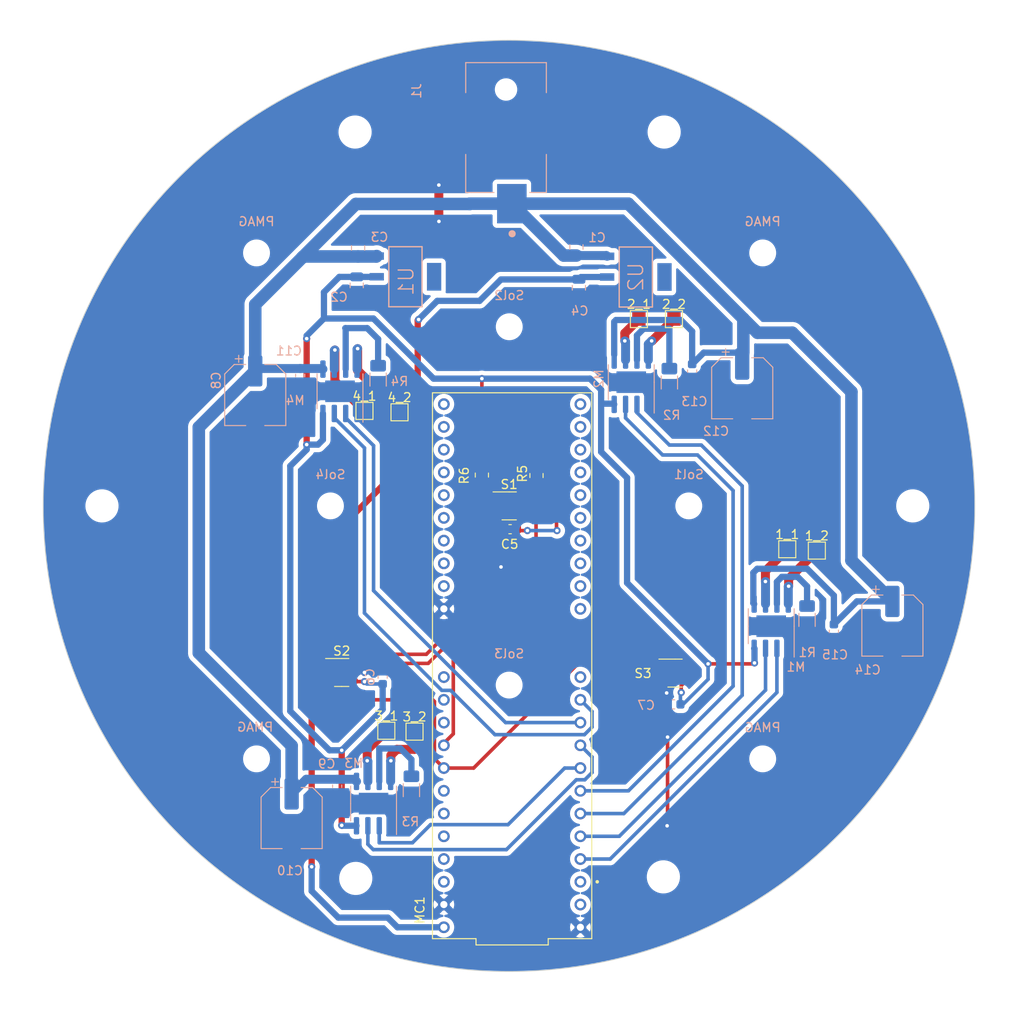
<source format=kicad_pcb>
(kicad_pcb (version 20221018) (generator pcbnew)
  (layers (0 "F.Cu" signal) (31 "B.Cu" signal) (34 "B.Paste" user) (35 "F.Paste" user) (36 "B.SilkS" user "B.Silkscreen") (37 "F.SilkS" user "F.Silkscreen") (38 "B.Mask" user) (39 "F.Mask" user) (44 "Edge.Cuts" user))
  (net 0 "")
  (net 1 "GND")
  (net 2 "Net-(M1-LSS)")
  (net 3 "+3.3V")
  (net 4 "+12V")
  (net 5 "Net-(M1-IN1)")
  (net 6 "Net-(M1-IN2)")
  (net 7 "Net-(M2-IN2)")
  (net 8 "Net-(M2-IN1)")
  (net 9 "Net-(M2-LSS)")
  (net 10 "Net-(M3-IN2)")
  (net 11 "Net-(M3-IN1)")
  (net 12 "/5V")
  (net 13 "/I2C")
  (net 14 "Net-(M3-LSS)")
  (net 15 "Net-(M4-LSS)")
  (net 16 "Net-(M4-IN1)")
  (net 17 "Net-(M4-IN2)")
  (net 24 "Net-(MC1-19_A5_SCL)")
  (net 44 "Net-(3_1-Pin_1)")
  (net 45 "Net-(3_2-Pin_1)")
  (net 46 "Net-(4_1-Pin_1)")
  (net 47 "Net-(4_2-Pin_1)")
  (net 48 "Net-(1_1-Pin_1)")
  (net 49 "Net-(1_2-Pin_1)")
  (net 50 "Net-(2_1-Pin_1)")
  (net 51 "Net-(2_2-Pin_1)")
  (footprint "TestPoint:TestPoint_Pad_1.5x1.5mm" (layer "F.Cu") (at 135.636 124.46)
    (fp_text reference "3_2")
    (fp_text value "solenoid")
  )
  (footprint "Resistor_SMD:R_0805_2012Metric" (layer "F.Cu") (at 149.2504 95.8596 -90)
    (fp_text reference "R5")
    (fp_text value "1200")
  )
  (footprint "TestPoint:TestPoint_Pad_1.5x1.5mm" (layer "F.Cu") (at 130.048 88.646)
    (fp_text reference "4_1")
    (fp_text value "solenoid")
  )
  (footprint "Capacitor_SMD:C_0603_1608Metric" (layer "F.Cu") (at 146.304 101.854)
    (fp_text reference "C5")
    (fp_text value "100nF")
  )
  (footprint "TestPoint:TestPoint_Pad_1.5x1.5mm" (layer "F.Cu") (at 180.5432 104.2416)
    (fp_text reference "1_2")
    (fp_text value "solenoid")
  )
  (footprint "Package_TO_SOT_SMD:SOT-23-6" (layer "F.Cu") (at 127.508 117.856)
    (fp_text reference "S2")
    (fp_text value "TLE493DA1")
  )
  (footprint "Package_TO_SOT_SMD:SOT-23-6" (layer "F.Cu") (at 164.7135 117.922)
    (fp_text reference "S3")
    (fp_text value "TLE493DA0")
  )
  (footprint "TestPoint:TestPoint_Pad_1.5x1.5mm" (layer "F.Cu") (at 177.2412 104.0892)
    (fp_text reference "1_1")
    (fp_text value "solenoid")
  )
  (footprint "TestPoint:TestPoint_Pad_1.5x1.5mm" (layer "F.Cu") (at 164.592 78.3844)
    (fp_text reference "2_2")
    (fp_text value "solenoid")
  )
  (footprint "TestPoint:TestPoint_Pad_1.5x1.5mm" (layer "F.Cu") (at 132.4864 124.3584)
    (fp_text reference "3_1")
    (fp_text value "solenoid")
  )
  (footprint "TestPoint:TestPoint_Pad_1.5x1.5mm" (layer "F.Cu") (at 160.6804 78.3844)
    (fp_text reference "2_1")
    (fp_text value "solenoid")
  )
  (footprint "Resistor_SMD:R_0805_2012Metric" (layer "F.Cu") (at 143.1544 95.8088 90)
    (fp_text reference "R6")
    (fp_text value "1200")
  )
  (footprint "TestPoint:TestPoint_Pad_1.5x1.5mm" (layer "F.Cu") (at 133.9596 88.7984)
    (fp_text reference "4_2")
    (fp_text value "solenoid")
  )
  (footprint "Teensy 4.1:teensy 4.1" (layer "F.Cu") (at 146.529481 117.099185 90)
    (fp_text reference "MC1")
    (fp_text value "Teensy4.1")
  )
  (footprint "Package_TO_SOT_SMD:SOT-23-6" (layer "F.Cu") (at 146.20114 99.25)
    (fp_text reference "S1")
    (fp_text value "TLE493DA2")
  )
  (footprint "Capacitor_SMD:C_0805_2012Metric" (layer "B.Cu") (at 153.708562 70.341263 90)
    (fp_text reference "C1")
    (fp_text value "10uF")
  )
  (footprint "Capacitor_SMD:CP_Elec_6.3x7.7" (layer "B.Cu") (at 172.212 86.113 -90)
    (fp_text reference "C12")
    (fp_text value "100uF")
  )
  (footprint "Resistor_SMD:R_1206_3216Metric_Pad1.30x1.75mm_HandSolder" (layer "B.Cu") (at 179.451 111.984 -90)
    (fp_text reference "R1")
    (fp_text value "0.45")
  )
  (footprint "Capacitor_SMD:C_0603_1608Metric" (layer "B.Cu") (at 164.5412 121.412)
    (fp_text reference "C7")
    (fp_text value "100nF")
  )
  (footprint "MountingHole:MountingHole_2.5mm" (layer "B.Cu") (at 174.5 71 180)
    (fp_text reference "PMAG")
    (fp_text value "MountingHole_2.5mm")
  )
  (footprint "Capacitor_SMD:C_0805_2012Metric" (layer "B.Cu") (at 153.982885 74.889462 90)
    (fp_text reference "C4")
    (fp_text value "10uF")
  )
  (footprint "Package_SO:SOIC-8-1EP_3.9x4.9mm_P1.27mm_EP2.41x3.3mm" (layer "B.Cu") (at 131.064 132.496 90)
    (fp_text reference "M3")
    (fp_text value "A4950E")
  )
  (footprint "Package_SO:SOIC-8-1EP_3.9x4.9mm_P1.27mm_EP2.41x3.3mm" (layer "B.Cu") (at 127.317 86.452 90)
    (fp_text reference "M4")
    (fp_text value "A4950E")
  )
  (footprint "MountingHole:MountingHole_3.2mm_M3" (layer "B.Cu") (at 191.25 99.25 180)
    (fp_text reference "REF**" hide)
    (fp_text value "MountingHole_3.2mm_M3")
  )
  (footprint "MountingHole:MountingHole_3.2mm_M3" (layer "B.Cu") (at 129.077025 140.852859 180)
    (fp_text reference "REF**" hide)
    (fp_text value "MountingHole_3.2mm_M3")
  )
  (footprint "Capacitor_SMD:CP_Elec_6.3x7.7" (layer "B.Cu") (at 117.856 86.868 -90)
    (fp_text reference "C8")
    (fp_text value "100uF")
  )
  (footprint "barrel jack:CUI_PJ-036AH-SMT-TR" (layer "B.Cu") (at 146.5 65.5 -90)
    (fp_text reference "J1")
    (fp_text value "Barrel_Jack_Switch")
  )
  (footprint "Capacitor_SMD:CP_Elec_6.3x7.7" (layer "B.Cu") (at 188.976 112.616 -90)
    (fp_text reference "C14")
    (fp_text value "100uF")
  )
  (footprint "MountingHole:MountingHole_2.5mm" (layer "B.Cu") (at 118 127.5 180)
    (fp_text reference "PMAG")
    (fp_text value "MountingHole_2.5mm")
  )
  (footprint "MountingHole:MountingHole_3.2mm_M3" (layer "B.Cu") (at 100.75 99.25 180)
    (fp_text reference "REF**" hide)
    (fp_text value "MountingHole_3.2mm_M3")
  )
  (footprint "MAGLEV:lm1117" (layer "B.Cu") (at 160.33639 73.6886)
    (fp_text reference "U2")
    (fp_text value "LM1117DT-5.0")
  )
  (footprint "Capacitor_SMD:CP_Elec_6.3x7.7" (layer "B.Cu") (at 121.92 134.112 -90)
    (fp_text reference "C10")
    (fp_text value "100uF")
  )
  (footprint "MountingHole:MountingHole_2.5mm" (layer "B.Cu") (at 174.5 127.5 180)
    (fp_text reference "PMAG")
    (fp_text value "MountingHole_2.5mm")
  )
  (footprint "MountingHole:MountingHole_3.2mm_M3" (layer "B.Cu") (at 129 57.5 180)
    (fp_text reference "PMAG" hide)
    (fp_text value "MountingHole_3.2mm_M3")
  )
  (footprint "Resistor_SMD:R_1206_3216Metric_Pad1.30x1.75mm_HandSolder" (layer "B.Cu") (at 131.572 85.147 -90)
    (fp_text reference "R4")
    (fp_text value "0.45")
  )
  (footprint "MountingHole:MountingHole_2.5mm" (layer "B.Cu") (at 118 71 180)
    (fp_text reference "PMAG")
    (fp_text value "MountingHole_2.5mm")
  )
  (footprint "Capacitor_SMD:C_0805_2012Metric" (layer "B.Cu") (at 129.3368 70.4444 90)
    (fp_text reference "C3")
    (fp_text value "10uF")
  )
  (footprint "MountingHole:MountingHole_2.5mm" (layer "B.Cu") (at 146.208951 79.245847 180)
    (fp_text reference "Sol2")
    (fp_text value "MountingHole_2.5mm")
  )
  (footprint "Package_SO:SOIC-8-1EP_3.9x4.9mm_P1.27mm_EP2.41x3.3mm" (layer "B.Cu") (at 159.829 85.436 90)
    (fp_text reference "M2")
    (fp_text value "A4950E")
  )
  (footprint "MountingHole:MountingHole_3.2mm_M3" (layer "B.Cu") (at 163.412036 140.678157 180)
    (fp_text reference "REF**" hide)
    (fp_text value "MountingHole_3.2mm_M3")
  )
  (footprint "MountingHole:MountingHole_3.2mm_M3" (layer "B.Cu") (at 163.5 57.5 180)
    (fp_text reference "PMAG" hide)
    (fp_text value "MountingHole_3.2mm_M3")
  )
  (footprint "Capacitor_SMD:C_0603_1608Metric" (layer "B.Cu") (at 127 130.556 -90)
    (fp_text reference "C9")
    (fp_text value "100nF")
  )
  (footprint "Resistor_SMD:R_1206_3216Metric_Pad1.30x1.75mm_HandSolder" (layer "B.Cu") (at 164.084 85.471 -90)
    (fp_text reference "R2")
    (fp_text value "0.45")
  )
  (footprint "MAGLEV:lm1117" (layer "B.Cu") (at 134.62 73.66)
    (fp_text reference "U1")
    (fp_text value "LM1117-3.3")
  )
  (footprint "MountingHole:MountingHole_2.5mm" (layer "B.Cu") (at 126.25 99.25 180)
    (fp_text reference "Sol4")
    (fp_text value "MountingHole_2.5mm")
  )
  (footprint "MountingHole:MountingHole_2.5mm" (layer "B.Cu") (at 146.198475 119.26189 180)
    (fp_text reference "Sol3")
    (fp_text value "MountingHole_2.5mm")
  )
  (footprint "Package_SO:SOIC-8-1EP_3.9x4.9mm_P1.27mm_EP2.41x3.3mm" (layer "B.Cu") (at 175.451 112.684 90)
    (fp_text reference "M1")
    (fp_text value "A4950E")
  )
  (footprint "Capacitor_SMD:C_0603_1608Metric" (layer "B.Cu") (at 132.08 118.364 -90)
    (fp_text reference "C6")
    (fp_text value "100nF")
  )
  (footprint "Capacitor_SMD:C_0805_2012Metric" (layer "B.Cu") (at 129.1844 74.6252 -90)
    (fp_text reference "C2")
    (fp_text value "10uF")
  )
  (footprint "Capacitor_SMD:C_0603_1608Metric" (layer "B.Cu") (at 122.872 84.6836 -90)
    (fp_text reference "C11")
    (fp_text value "100nF")
  )
  (footprint "MountingHole:MountingHole_2.5mm" (layer "B.Cu") (at 166.25 99.25 180)
    (fp_text reference "Sol1")
    (fp_text value "MountingHole_2.5mm")
  )
  (footprint "Resistor_SMD:R_1206_3216Metric_Pad1.30x1.75mm_HandSolder" (layer "B.Cu") (at 135.289 130.996 -90)
    (fp_text reference "R3")
    (fp_text value "0.45")
  )
  (footprint "Capacitor_SMD:C_0603_1608Metric" (layer "B.Cu") (at 166.624 84.201 -90)
    (fp_text reference "C13")
    (fp_text value "100nF")
  )
  (footprint "Capacitor_SMD:C_0603_1608Metric" (layer "B.Cu") (at 182.446 113.259 -90)
    (fp_text reference "C15")
    (fp_text value "100nF")
  )
  (gr_circle (center 146.1825 99.25) (end 198.1825 99.25) (stroke (width 0.1)) (fill none) (layer "Edge.Cuts"))
  (segment (start 163.7792 120.142) (end 163.7792 119.0752) (width 0.4) (layer "F.Cu") (net 1))
  (segment (start 145.288 102.095) (end 145.529 101.854) (width 0.4) (layer "F.Cu") (net 1))
  (segment (start 163.8808 134.9248) (end 163.83 134.9756) (width 0.4) (layer "F.Cu") (net 1))
  (segment (start 126.3705 117.856) (end 126.3705 118.806) (width 0.4) (layer "F.Cu") (net 1))
  (segment (start 130.048 117.856) (end 128.6455 117.856) (width 0.4) (layer "F.Cu") (net 1))
  (segment (start 145.06364 99.25) (end 147.33864 99.25) (width 0.4) (layer "F.Cu") (net 1))
  (segment (start 138.35 63.4204) (end 138.35 67.4704) (width 1) (layer "F.Cu") (net 1))
  (segment (start 145.529 100.66536) (end 145.06364 100.2) (width 0.4) (layer "F.Cu") (net 1))
  (segment (start 145.529 101.854) (end 145.529 100.66536) (width 0.4) (layer "F.Cu") (net 1))
  (segment (start 163.576 118.872) (end 163.576 117.922) (width 0.4) (layer "F.Cu") (net 1))
  (segment (start 145.06364 100.2) (end 145.06364 99.25) (width 0.4) (layer "F.Cu") (net 1))
  (segment (start 163.7792 119.0752) (end 163.576 118.872) (width 0.4) (layer "F.Cu") (net 1))
  (segment (start 163.8808 125.0696) (end 163.8808 134.9248) (width 0.4) (layer "F.Cu") (net 1))
  (segment (start 128.6455 117.856) (end 126.3705 117.856) (width 0.4) (layer "F.Cu") (net 1))
  (segment (start 145.288 106.0704) (end 145.288 102.095) (width 0.4) (layer "F.Cu") (net 1))
  (segment (start 163.576 117.922) (end 165.851 117.922) (width 0.4) (layer "F.Cu") (net 1))
  (segment (start 138.35 67.4704) (end 138.36 67.4804) (width 1) (layer "F.Cu") (net 1))
  (via (at 138.36 67.4804) (size 0.8) (drill 0.4) (layers "F.Cu" "B.Cu") (net 1))
  (via (at 145.288 106.0704) (size 0.8) (drill 0.4) (layers "F.Cu" "B.Cu") (net 1))
  (via (at 163.8808 125.0696) (size 0.8) (drill 0.4) (layers "F.Cu" "B.Cu") (net 1))
  (via (at 138.35 63.4204) (size 0.8) (drill 0.4) (layers "F.Cu" "B.Cu") (net 1))
  (via (at 163.7792 120.142) (size 0.8) (drill 0.4) (layers "F.Cu" "B.Cu") (net 1))
  (via (at 130.048 117.856) (size 0.8) (drill 0.4) (layers "F.Cu" "B.Cu") (net 1))
  (via (at 163.83 134.9756) (size 0.8) (drill 0.4) (layers "F.Cu" "B.Cu") (net 1))
  (segment (start 175.575949 112.684) (end 175.451 112.684) (width 0.7) (layer "B.Cu") (net 1))
  (segment (start 159.953949 85.436) (end 159.829 85.436) (width 0.7) (layer "B.Cu") (net 1))
  (segment (start 135.239 132.496) (end 135.289 132.546) (width 0.7) (layer "B.Cu") (net 1))
  (segment (start 163.7662 121.412) (end 163.7662 120.155) (width 0.4) (layer "B.Cu") (net 1))
  (segment (start 163.7662 121.412) (end 163.7662 124.955) (width 0.4) (layer "B.Cu") (net 1))
  (segment (start 163.7662 124.955) (end 163.8808 125.0696) (width 0.4) (layer "B.Cu") (net 1))
  (segment (start 154.143423 76) (end 153.982885 75.839462) (width 0.4) (layer "B.Cu") (net 1))
  (segment (start 138.36 63.4204) (end 138.35 63.4204) (width 1) (layer "B.Cu") (net 1))
  (segment (start 131.572 86.697) (end 131.327 86.452) (width 0.7) (layer "B.Cu") (net 1))
  (segment (start 175.788082 112.684) (end 175.451 112.684) (width 1) (layer "B.Cu") (net 1))
  (segment (start 132.101016 117.589) (end 132.08 117.589) (width 0.7) (layer "B.Cu") (net 1))
  (segment (start 132.215616 117.7036) (end 132.101016 117.589) (width 0.7) (layer "B.Cu") (net 1))
  (segment (start 127.126024 86.642976) (end 127.317 86.452) (width 1) (layer "B.Cu") (net 1))
  (segment (start 127.317 86.452) (end 127.441949 86.452) (width 0.7) (layer "B.Cu") (net 1))
  (segment (start 163.7662 120.155) (end 163.7792 120.142) (width 0.4) (layer "B.Cu") (net 1))
  (segment (start 130.048 117.856) (end 131.064 117.856) (width 0.4) (layer "B.Cu") (net 1))
  (segment (start 164.084 87.021) (end 164.579 87.021) (width 0.7) (layer "B.Cu") (net 1))
  (segment (start 152.3 56.55) (end 152.746 56.55) (width 0.25) (layer "B.Cu") (net 1))
  (segment (start 131.331 117.589) (end 132.08 117.589) (width 0.4) (layer "B.Cu") (net 1))
  (segment (start 131.064 117.856) (end 131.331 117.589) (width 0.4) (layer "B.Cu") (net 1))
  (segment (start 176.086 110.209) (end 176.086 107.729) (width 0.7) (layer "B.Cu") (net 2))
  (segment (start 178.3906 107.169) (end 179.451 108.2294) (width 0.7) (layer "B.Cu") (net 2))
  (segment (start 176.646 107.169) (end 178.3906 107.169) (width 0.7) (layer "B.Cu") (net 2))
  (segment (start 176.086 107.729) (end 176.646 107.169) (width 0.7) (layer "B.Cu") (net 2))
  (segment (start 179.451 108.2294) (end 179.451 110.434) (width 0.7) (layer "B.Cu") (net 2))
  (segment (start 147.079 100.45964) (end 147.33864 100.2) (width 0.4) (layer "F.Cu") (net 3))
  (segment (start 165.4048 119.3182) (end 165.851 118.872) (width 0.4) (layer "F.Cu") (net 3))
  (segment (start 151.4856 101.9556) (end 151.5364 102.0064) (width 0.4) (layer "F.Cu") (net 3))
  (segment (start 143.1544 93.472) (end 147.7753 93.472) (width 0.4) (layer "F.Cu") (net 3))
  (segment (start 149.352 95.0995) (end 149.4009 95.1484) (width 0.4) (layer "F.Cu") (net 3))
  (segment (start 165.4048 120.0912) (end 165.4048 119.3182) (width 0.4) (layer "F.Cu") (net 3))
  (segment (start 130.048 118.872) (end 128.7115 118.872) (width 0.4) (layer "F.Cu") (net 3))
  (segment (start 123.5964 92.4052) (end 123.5964 80.5688) (width 0.7) (layer "F.Cu") (net 3))
  (segment (start 147.079 101.854) (end 147.079 100.45964) (width 0.4) (layer "F.Cu") (net 3))
  (segment (start 149.4009 95.1484) (end 151.4856 95.1484) (width 0.4) (layer "F.Cu") (net 3))
  (segment (start 151.4856 95.1484) (end 151.4856 101.9556) (width 0.4) (layer "F.Cu") (net 3))
  (segment (start 168.402 116.8908) (end 173.482 116.8908) (width 0.4) (layer "F.Cu") (net 3))
  (segment (start 147.2314 102.0064) (end 147.079 101.854) (width 0.4) (layer "F.Cu") (net 3))
  (segment (start 148.2344 102.0064) (end 147.2314 102.0064) (width 0.4) (layer "F.Cu") (net 3))
  (segment (start 127.508 134.9248) (end 127.508 126.5428) (width 0.7) (layer "F.Cu") (net 3))
  (segment (start 147.7753 93.472) (end 149.2504 94.9471) (width 0.4) (layer "F.Cu") (net 3))
  (segment (start 128.7115 118.872) (end 128.6455 118.806) (width 0.4) (layer "F.Cu") (net 3))
  (segment (start 143.1544 85.0392) (end 143.1544 93.472) (width 0.4) (layer "F.Cu") (net 3))
  (segment (start 143.1544 93.472) (end 143.1544 94.8963) (width 0.4) (layer "F.Cu") (net 3))
  (segment (start 173.482 116.8908) (end 173.5836 116.7892) (width 0.4) (layer "F.Cu") (net 3))
  (via (at 148.2344 102.0064) (size 0.8) (drill 0.4) (layers "F.Cu" "B.Cu") (net 3))
  (via (at 168.402 116.8908) (size 0.8) (drill 0.4) (layers "F.Cu" "B.Cu") (net 3))
  (via (at 127.508 126.5428) (size 0.8) (drill 0.4) (layers "F.Cu" "B.Cu") (net 3))
  (via (at 130.048 118.872) (size 0.8) (drill 0.4) (layers "F.Cu" "B.Cu") (net 3))
  (via (at 123.5964 80.5688) (size 0.8) (drill 0.4) (layers "F.Cu" "B.Cu") (net 3))
  (via (at 165.4048 120.0912) (size 0.8) (drill 0.4) (layers "F.Cu" "B.Cu") (net 3))
  (via (at 127.508 134.9248) (size 0.8) (drill 0.4) (layers "F.Cu" "B.Cu") (net 3))
  (via (at 151.5364 102.0064) (size 0.8) (drill 0.4) (layers "F.Cu" "B.Cu") (net 3))
  (via (at 123.5964 92.4052) (size 0.8) (drill 0.4) (layers "F.Cu" "B.Cu") (net 3))
  (via (at 173.5836 116.7892) (size 0.8) (drill 0.4) (layers "F.Cu" "B.Cu") (net 3))
  (via (at 143.1544 85.0392) (size 0.8) (drill 0.4) (layers "F.Cu" "B.Cu") (net 3))
  (segment (start 157.8462 87.8332) (end 157.924 87.911) (width 0.7) (layer "B.Cu") (net 3))
  (segment (start 125.5268 78.3132) (end 125.5268 75.3872) (width 0.7) (layer "B.Cu") (net 3))
  (segment (start 173.5836 115.1966) (end 173.546 115.159) (width 0.7) (layer "B.Cu") (net 3))
  (segment (start 121.7676 94.7928) (end 121.7676 122.174) (width 0.7) (layer "B.Cu") (net 3))
  (segment (start 137.76221 85.0392) (end 143.1544 85.0392) (width 0.7) (layer "B.Cu") (net 3))
  (segment (start 125.5166 78.3234) (end 131.04641 78.3234) (width 0.7) (layer "B.Cu") (net 3))
  (segment (start 130.315 119.139) (end 130.048 118.872) (width 0.4) (layer "B.Cu") (net 3))
  (segment (start 124.8664 92.4052) (end 125.412 91.8596) (width 0.7) (layer "B.Cu") (net 3))
  (segment (start 126.1364 126.5428) (end 127.508 126.5428) (width 0.7) (layer "B.Cu") (net 3))
  (segment (start 165.3162 121.412) (end 165.3162 120.1798) (width 0.4) (layer "B.Cu") (net 3))
  (segment (start 121.7676 122.174) (end 126.1364 126.5428) (width 0.7) (layer "B.Cu") (net 3))
  (segment (start 156.464 86.2844) (end 155.2188 85.0392) (width 0.7) (layer "B.Cu") (net 3))
  (segment (start 123.5964 80.2436) (end 125.5166 78.3234) (width 0.7) (layer "B.Cu") (net 3))
  (segment (start 125.5268 75.3872) (end 127.2388 73.6752) (width 0.7) (layer "B.Cu") (net 3))
  (segment (start 123.5964 92.4052) (end 124.8664 92.4052) (width 0.7) (layer "B.Cu") (net 3))
  (segment (start 168.402 116.8908) (end 159.3596 107.8484) (width 0.7) (layer "B.Cu") (net 3))
  (segment (start 132.08 121.9708) (end 132.08 119.139) (width 0.7) (layer "B.Cu") (net 3))
  (segment (start 156.464 87.8332) (end 157.8462 87.8332) (width 0.7) (layer "B.Cu") (net 3))
  (segment (start 168.402 118.618) (end 165.608 121.412) (width 0.4) (layer "B.Cu") (net 3))
  (segment (start 127.508 126.5428) (end 132.08 121.9708) (width 0.7) (layer "B.Cu") (net 3))
  (segment (start 123.5964 80.5688) (end 123.5964 80.2436) (width 0.7) (layer "B.Cu") (net 3))
  (segment (start 125.5268 78.3132) (end 125.5166 78.3234) (width 0.7) (layer "B.Cu") (net 3))
  (segment (start 132.08 119.139) (end 130.315 119.139) (width 0.4) (layer "B.Cu") (net 3))
  (segment (start 155.2188 85.0392) (end 143.1544 85.0392) (width 0.7) (layer "B.Cu") (net 3))
  (segment (start 156.464 93.218) (end 156.464 87.8332) (width 0.7) (layer "B.Cu") (net 3))
  (segment (start 156.464 87.8332) (end 156.464 86.2844) (width 0.7) (layer "B.Cu") (net 3))
  (segment (start 165.608 121.412) (end 165.3162 121.412) (width 0.4) (layer "B.Cu") (net 3))
  (segment (start 127.508 134.9248) (end 127.5542 134.971) (width 0.7) (layer "B.Cu") (net 3))
  (segment (start 123.5964 92.4052) (end 123.5964 92.964) (width 0.7) (layer "B.Cu") (net 3))
  (segment (start 131.04641 78.3234) (end 137.76221 85.0392) (width 0.7) (layer "B.Cu") (net 3))
  (segment (start 151.5364 102.0064) (end 148.2344 102.0064) (width 0.4) (layer "B.Cu") (net 3))
  (segment (start 173.5836 116.7892) (end 173.5836 115.1966) (width 0.7) (layer "B.Cu") (net 3))
  (segment (start 129.1844 73.6752) (end 131.4044 73.6752) (width 0.7) (layer "B.Cu") (net 3))
  (segment (start 165.3162 120.1798) (end 165.4048 120.0912) (width 0.4) (layer "B.Cu") (net 3))
  (segment (start 159.3596 96.1136) (end 156.464 93.218) (width 0.7) (layer "B.Cu") (net 3))
  (segment (start 125.412 91.8596) (end 125.412 88.927) (width 0.7) (layer "B.Cu") (net 3))
  (segment (start 127.5542 134.971) (end 129.159 134.971) (width 0.7) (layer "B.Cu") (net 3))
  (segment (start 131.4044 73.6752) (end 131.4196 73.66) (width 0.7) (layer "B.Cu") (net 3))
  (segment (start 123.5964 92.964) (end 121.7676 94.7928) (width 0.7) (layer "B.Cu") (net 3))
  (segment (start 127.2388 73.6752) (end 129.1844 73.6752) (width 0.7) (layer "B.Cu") (net 3))
  (segment (start 159.3596 107.8484) (end 159.3596 96.1136) (width 0.7) (layer "B.Cu") (net 3))
  (segment (start 168.402 116.8908) (end 168.402 118.618) (width 0.4) (layer "B.Cu") (net 3))
  (segment (start 122.872 83.9086) (end 125.3436 83.9086) (width 1) (layer "B.Cu") (net 4))
  (segment (start 179.451 106.269) (end 173.893 106.269) (width 0.7) (layer "B.Cu") (net 4))
  (segment (start 184.404 105.344) (end 188.976 109.916) (width 1.4) (layer "B.Cu") (net 4))
  (segment (start 141.8309 65.5) (end 141.7989 65.532) (width 1.4) (layer "B.Cu") (net 4))
  (segment (start 173.4528 106.7092) (end 173.4528 110.1158) (width 0.7) (layer "B.Cu") (net 4))
  (segment (start 125.3436 83.9086) (end 125.412 83.977) (width 1) (layer "B.Cu") (net 4))
  (segment (start 121.92 131.412) (end 123.551 129.781) (width 1) (layer "B.Cu") (net 4))
  (segment (start 165.354 78.486) (end 166.624 79.756) (width 0.7) (layer "B.Cu") (net 4))
  (segment (start 177.80591 79.91431) (end 184.404 86.5124) (width 1.4) (layer "B.Cu") (net 4))
  (segment (start 146.5 65.5) (end 152.291263 71.291263) (width 1.4) (layer "B.Cu") (net 4))
  (segment (start 123.0884 71.5264) (end 123.2204 71.3944) (width 1.4) (layer "B.Cu") (net 4))
  (segment (start 146.5 65.5) (end 159.49769 65.5) (width 1.4) (layer "B.Cu") (net 4))
  (segment (start 117.856 84.168) (end 111.5568 90.4672) (width 1.4) (layer "B.Cu") (net 4))
  (segment (start 121.92 126.0348) (end 121.92 131.412) (width 1.4) (layer "B.Cu") (net 4))
  (segment (start 118.1154 83.9086) (end 122.872 83.9086) (width 1) (layer "B.Cu") (net 4))
  (segment (start 172.339 78.34131) (end 172.339 82.136) (width 1.4) (layer "B.Cu") (net 4))
  (segment (start 158.114 78.486) (end 165.354 78.486) (width 0.7) (layer "B.Cu") (net 4))
  (segment (start 123.2204 71.3944) (end 129.3368 71.3944) (width 1.4) (layer "B.Cu") (net 4))
  (segment (start 117.856 84.168) (end 118.1154 83.9086) (width 1) (layer "B.Cu") (net 4))
  (segment (start 131.3738 71.3944) (end 131.4196 71.3486) (width 1.4) (layer "B.Cu") (net 4))
  (segment (start 172.339 82.136) (end 167.914 82.136) (width 0.7) (layer "B.Cu") (net 4))
  (segment (start 111.5568 90.4672) (end 111.5568 115.6716) (width 1.4) (layer "B.Cu") (net 4))
  (segment (start 127 129.781) (end 128.919 129.781) (width 1) (layer "B.Cu") (net 4))
  (segment (start 123.551 129.781) (end 127 129.781) (width 1) (layer "B.Cu") (net 4))
  (segment (start 157.924 78.676) (end 157.924 82.366) (width 0.7) (layer "B.Cu") (net 4))
  (segment (start 159.49769 65.5) (end 172.339 78.34131) (width 1.4) (layer "B.Cu") (net 4))
  (segment (start 129.3368 71.3944) (end 131.3738 71.3944) (width 1.4) (layer "B.Cu") (net 4))
  (segment (start 128.919 129.781) (end 129.159 130.021) (width 1) (layer "B.Cu") (net 4))
  (segment (start 173.4528 110.1158) (end 173.546 110.209) (width 0.7) (layer "B.Cu") (net 4))
  (segment (start 173.912 79.91431) (end 177.80591 79.91431) (width 1.4) (layer "B.Cu") (net 4))
  (segment (start 152.291263 71.291263) (end 153.708562 71.291263) (width 1.4) (layer "B.Cu") (net 4))
  (segment (start 111.5568 115.6716) (end 121.92 126.0348) (width 1.4) (layer "B.Cu") (net 4))
  (segment (start 129.0828 65.532) (end 123.0884 71.5264) (width 1.4) (layer "B.Cu") (net 4))
  (segment (start 188.976 109.916) (end 185.014 109.916) (width 0.7) (layer "B.Cu") (net 4))
  (segment (start 146.5 65.5) (end 141.8309 65.5) (width 1.4) (layer "B.Cu") (net 4))
  (segment (start 123.0884 71.5264) (end 117.856 76.7588) (width 1.4) (layer "B.Cu") (net 4))
  (segment (start 185.014 109.916) (end 182.446 112.484) (width 0.7) (layer "B.Cu") (net 4))
  (segment (start 182.446 112.484) (end 182.446 109.264) (width 0.7) (layer "B.Cu") (net 4))
  (segment (start 173.893 106.269) (end 173.4528 106.7092) (width 0.7) (layer "B.Cu") (net 4))
  (segment (start 157.050053 71.291263) (end 157.13599 71.3772) (width 1) (layer "B.Cu") (net 4))
  (segment (start 117.856 76.7588) (end 117.856 84.168) (width 1.4) (layer "B.Cu") (net 4))
  (segment (start 167.914 82.136) (end 166.624 83.426) (width 0.7) (layer "B.Cu") (net 4))
  (segment (start 166.624 79.756) (end 166.624 83.426) (width 0.7) (layer "B.Cu") (net 4))
  (segment (start 141.7989 65.532) (end 129.0828 65.532) (width 1.4) (layer "B.Cu") (net 4))
  (segment (start 153.708562 71.291263) (end 157.050053 71.291263) (width 1) (layer "B.Cu") (net 4))
  (segment (start 184.404 86.5124) (end 184.404 105.344) (width 1.4) (layer "B.Cu") (net 4))
  (segment (start 172.339 78.34131) (end 173.912 79.91431) (width 1.4) (layer "B.Cu") (net 4))
  (segment (start 182.446 109.264) (end 179.451 106.269) (width 0.7) (layer "B.Cu") (net 4))
  (segment (start 154.149481 136.149185) (end 158.490815 136.149185) (width 0.4) (layer "B.Cu") (net 5))
  (segment (start 158.490815 136.149185) (end 174.816 119.824) (width 0.4) (layer "B.Cu") (net 5))
  (segment (start 174.816 119.824) (end 174.816 115.159) (width 0.4) (layer "B.Cu") (net 5))
  (segment (start 154.149481 138.689185) (end 157.474815 138.689185) (width 0.4) (layer "B.Cu") (net 6))
  (segment (start 176.086 120.078) (end 176.086 115.159) (width 0.4) (layer "B.Cu") (net 6))
  (segment (start 157.474815 138.689185) (end 176.086 120.078) (width 0.4) (layer "B.Cu") (net 6))
  (segment (start 172.212 120.396) (end 172.212 97.028) (width 0.4) (layer "B.Cu") (net 7))
  (segment (start 160.464 88.836) (end 160.464 87.911) (width 0.4) (layer "B.Cu") (net 7))
  (segment (start 167.64 92.456) (end 164.084 92.456) (width 0.4) (layer "B.Cu") (net 7))
  (segment (start 158.998815 133.609185) (end 172.212 120.396) (width 0.4) (layer "B.Cu") (net 7))
  (segment (start 164.084 92.456) (end 160.464 88.836) (width 0.4) (layer "B.Cu") (net 7))
  (segment (start 172.212 97.028) (end 167.64 92.456) (width 0.4) (layer "B.Cu") (net 7))
  (segment (start 154.149481 133.609185) (end 158.998815 133.609185) (width 0.4) (layer "B.Cu") (net 7))
  (segment (start 171.196 97.536) (end 167.224 93.564) (width 0.4) (layer "B.Cu") (net 8))
  (segment (start 159.194 89.430528) (end 159.194 87.911) (width 0.4) (layer "B.Cu") (net 8))
  (segment (start 167.224 93.564) (end 163.327472 93.564) (width 0.4) (layer "B.Cu") (net 8))
  (segment (start 159.506815 131.069185) (end 171.196 119.38) (width 0.4) (layer "B.Cu") (net 8))
  (segment (start 154.149481 131.069185) (end 159.506815 131.069185) (width 0.4) (layer "B.Cu") (net 8))
  (segment (start 171.196 119.38) (end 171.196 97.536) (width 0.4) (layer "B.Cu") (net 8))
  (segment (start 163.327472 93.564) (end 159.194 89.430528) (width 0.4) (layer "B.Cu") (net 8))
  (segment (start 160.464 82.961) (end 160.464 80.201) (width 0.7) (layer "B.Cu") (net 9))
  (segment (start 164.084 79.467) (end 164.084 83.921) (width 0.7) (layer "B.Cu") (net 9))
  (segment (start 160.464 80.201) (end 161.198 79.467) (width 0.7) (layer "B.Cu") (net 9))
  (segment (start 161.198 79.467) (end 164.084 79.467) (width 0.7) (layer "B.Cu") (net 9))
  (segment (start 131.697582 136.868355) (end 131.697582 134.972418) (width 0.4) (layer "B.Cu") (net 10))
  (segment (start 131.697582 134.972418) (end 131.699 134.971) (width 0.4) (layer "B.Cu") (net 10))
  (segment (start 154.149481 128.529185) (end 152.394815 128.529185) (width 0.4) (layer "B.Cu") (net 10))
  (segment (start 135.405385 136.868355) (end 131.697582 136.868355) (width 0.4) (layer "B.Cu") (net 10))
  (segment (start 146.076758 134.847242) (end 137.426498 134.847242) (width 0.4) (layer "B.Cu") (net 10))
  (segment (start 137.426498 134.847242) (end 135.405385 136.868355) (width 0.4) (layer "B.Cu") (net 10))
  (segment (start 152.394815 128.529185) (end 146.076758 134.847242) (width 0.4) (layer "B.Cu") (net 10))
  (segment (start 154.645059 129.834941) (end 153.692253 129.834941) (width 0.4) (layer "B.Cu") (net 11))
  (segment (start 155.448 129.032) (end 154.645059 129.834941) (width 0.4) (layer "B.Cu") (net 11))
  (segment (start 154.149481 125.989185) (end 155.448 127.287704) (width 0.4) (layer "B.Cu") (net 11))
  (segment (start 131.031185 137.635185) (end 130.429 137.033) (width 0.4) (layer "B.Cu") (net 11))
  (segment (start 130.429 137.033) (end 130.429 134.971) (width 0.4) (layer "B.Cu") (net 11))
  (segment (start 145.892009 137.635185) (end 131.031185 137.635185) (width 0.4) (layer "B.Cu") (net 11))
  (segment (start 155.448 127.287704) (end 155.448 129.032) (width 0.4) (layer "B.Cu") (net 11))
  (segment (start 153.692253 129.834941) (end 145.892009 137.635185) (width 0.4) (layer "B.Cu") (net 11))
  (segment (start 124.1552 104.902) (end 135.9916 93.0656) (width 0.7) (layer "F.Cu") (net 12))
  (segment (start 124.1552 139.5476) (end 124.1552 104.902) (width 0.7) (layer "F.Cu") (net 12))
  (segment (start 135.9916 78.5368) (end 136.0932 78.4352) (width 0.7) (layer "F.Cu") (net 12))
  (segment (start 135.9916 93.0656) (end 135.9916 78.5368) (width 0.7) (layer "F.Cu") (net 12))
  (via (at 136.0932 78.4352) (size 0.8) (drill 0.4) (layers "F.Cu" "B.Cu") (net 12))
  (via (at 124.1552 139.5476) (size 0.8) (drill 0.4) (layers "F.Cu" "B.Cu") (net 12))
  (segment (start 157.13599 73.6886) (end 154.233747 73.6886) (width 0.7) (layer "B.Cu") (net 12))
  (segment (start 124.1552 142.2556) (end 124.1552 139.5476) (width 0.7) (layer "B.Cu") (net 12))
  (segment (start 154.233747 73.6886) (end 153.982885 73.939462) (width 0.7) (layer "B.Cu") (net 12))
  (segment (start 145.288 73.9648) (end 153.398623 73.9648) (width 0.7) (layer "B.Cu") (net 12))
  (segment (start 136.0932 78.4352) (end 138.176 76.3524) (width 0.7) (layer "B.Cu") (net 12))
  (segment (start 127.13 145.2304) (end 124.1552 142.2556) (width 0.7) (layer "B.Cu") (net 12))
  (segment (start 142.9004 76.3524) (end 145.288 73.9648) (width 0.7) (layer "B.Cu") (net 12))
  (segment (start 132.65 145.2304) (end 127.13 145.2304) (width 0.7) (layer "B.Cu") (net 12))
  (segment (start 138.176 76.3524) (end 142.9004 76.3524) (width 0.7) (layer "B.Cu") (net 12))
  (segment (start 133.728785 146.309185) (end 132.65 145.2304) (width 0.7) (layer "B.Cu") (net 12))
  (segment (start 138.909481 146.309185) (end 133.728785 146.309185) (width 0.7) (layer "B.Cu") (net 12))
  (segment (start 149.2504 96.7721) (end 149.1996 96.8229) (width 0.4) (layer "F.Cu") (net 13))
  (segment (start 128.7115 116.84) (end 137.16 116.84) (width 0.4) (layer "F.Cu") (net 13))
  (segment (start 149.1488 99.619843) (end 147.828957 98.3) (width 0.4) (layer "F.Cu") (net 13))
  (segment (start 138.909481 125.758519) (end 139.963481 124.704519) (width 0.4) (layer "F.Cu") (net 13))
  (segment (start 139.963481 124.704519) (end 139.963481 115.316) (width 0.4) (layer "F.Cu") (net 13))
  (segment (start 137.16 116.84) (end 138.684 115.316) (width 0.4) (layer "F.Cu") (net 13))
  (segment (start 165.851 116.972) (end 164.103 115.224) (width 0.4) (layer "F.Cu") (net 13))
  (segment (start 149.1996 99.670643) (end 149.1488 99.619843) (width 0.4) (layer "F.Cu") (net 13))
  (segment (start 147.828957 98.3) (end 147.33864 98.3) (width 0.4) (layer "F.Cu") (net 13))
  (segment (start 149.1996 96.8229) (end 149.1996 99.569043) (width 0.4) (layer "F.Cu") (net 13))
  (segment (start 139.963481 114.036519) (end 149.1996 104.8004) (width 0.4) (layer "F.Cu") (net 13))
  (segment (start 149.1996 104.8004) (end 149.1996 99.670643) (width 0.4) (layer "F.Cu") (net 13))
  (segment (start 138.909481 125.989185) (end 138.909481 125.758519) (width 0.4) (layer "F.Cu") (net 13))
  (segment (start 139.963481 115.316) (end 139.963481 114.036519) (width 0.4) (layer "F.Cu") (net 13))
  (segment (start 138.684 115.316) (end 139.963481 115.316) (width 0.4) (layer "F.Cu") (net 13))
  (segment (start 149.1996 99.569043) (end 149.1488 99.619843) (width 0.4) (layer "F.Cu") (net 13))
  (segment (start 128.6455 116.906) (end 128.7115 116.84) (width 0.4) (layer "F.Cu") (net 13))
  (segment (start 139.963481 115.316) (end 140.055481 115.224) (width 0.4) (layer "F.Cu") (net 13))
  (segment (start 164.103 115.224) (end 140.055481 115.224) (width 0.4) (layer "F.Cu") (net 13))
  (segment (start 131.699 130.021) (end 131.699 126.341) (width 0.7) (layer "B.Cu") (net 14))
  (segment (start 134.064 126.341) (end 135.289 127.566) (width 0.7) (layer "B.Cu") (net 14))
  (segment (start 131.699 126.341) (end 134.064 126.341) (width 0.7) (layer "B.Cu") (net 14))
  (segment (start 135.289 127.566) (end 135.289 129.446) (width 0.7) (layer "B.Cu") (net 14))
  (segment (start 131.572 83.597) (end 131.572 80.6196) (width 0.7) (layer "B.Cu") (net 15))
  (segment (start 130.3528 79.4004) (end 127.9144 79.4004) (width 0.7) (layer "B.Cu") (net 15))
  (segment (start 127.952 79.438) (end 127.9144 79.4004) (width 0.7) (layer "B.Cu") (net 15))
  (segment (start 131.572 80.6196) (end 130.3528 79.4004) (width 0.7) (layer "B.Cu") (net 15))
  (segment (start 127.952 83.977) (end 127.952 79.438) (width 0.7) (layer "B.Cu") (net 15))
  (segment (start 155.448 122.207704) (end 155.448 123.952) (width 0.4) (layer "B.Cu") (net 16))
  (segment (start 139.667185 119.855185) (end 138.684 119.855185) (width 0.4) (layer "B.Cu") (net 16))
  (segment (start 144.609717 124.797717) (end 139.667185 119.855185) (width 0.4) (layer "B.Cu") (net 16))
  (segment (start 155.448 123.952) (end 154.602283 124.797717) (width 0.4) (layer "B.Cu") (net 16))
  (segment (start 154.602283 124.797717) (end 144.609717 124.797717) (width 0.4) (layer "B.Cu") (net 16))
  (segment (start 138.684 119.855185) (end 130.048 111.219185) (width 0.4) (layer "B.Cu") (net 16))
  (segment (start 130.048 92.775817) (end 126.682 89.409817) (width 0.4) (layer "B.Cu") (net 16))
  (segment (start 130.048 111.219185) (end 130.048 92.775817) (width 0.4) (layer "B.Cu") (net 16))
  (segment (start 154.149481 120.909185) (end 155.448 122.207704) (width 0.4) (layer "B.Cu") (net 16))
  (segment (start 154.149481 123.449185) (end 145.801185 123.449185) (width 0.4) (layer "B.Cu") (net 17))
  (segment (start 131.064 108.712) (end 131.064 92.521817) (width 0.4) (layer "B.Cu") (net 17))
  (segment (start 145.801185 123.449185) (end 131.064 108.712) (width 0.4) (layer "B.Cu") (net 17))
  (segment (start 131.064 92.521817) (end 127.952 89.409817) (width 0.4) (layer "B.Cu") (net 17))
  (segment (start 138.909481 128.529185) (end 137.855481 127.475185) (width 0.4) (layer "F.Cu") (net 24))
  (segment (start 143.1544 98.1456) (end 143.1544 96.7213) (width 0.4) (layer "F.Cu") (net 24))
  (segment (start 142.234815 128.529185) (end 138.909481 128.529185) (width 0.4) (layer "F.Cu") (net 24))
  (segment (start 143.1544 98.1456) (end 143.3576 98.3488) (width 0.4) (layer "F.Cu") (net 24))
  (segment (start 126.492 120.904) (end 124.968 119.38) (width 0.4) (layer "F.Cu") (net 24))
  (segment (start 136.9568 115.824) (end 143.1544 109.6264) (width 0.4) (layer "F.Cu") (net 24))
  (segment (start 137.668 120.904) (end 126.492 120.904) (width 0.4) (layer "F.Cu") (net 24))
  (segment (start 163.576 116.972) (end 162.428 115.824) (width 0.4) (layer "F.Cu") (net 24))
  (segment (start 137.855481 121.091481) (end 137.668 120.904) (width 0.4) (layer "F.Cu") (net 24))
  (segment (start 145.01484 98.3488) (end 145.06364 98.3) (width 0.4) (layer "F.Cu") (net 24))
  (segment (start 162.428 115.824) (end 154.94 115.824) (width 0.4) (layer "F.Cu") (net 24))
  (segment (start 124.968 117.348) (end 125.41 116.906) (width 0.4) (layer "F.Cu") (net 24))
  (segment (start 124.968 119.38) (end 124.968 117.348) (width 0.4) (layer "F.Cu") (net 24))
  (segment (start 143.1544 109.6264) (end 143.1544 98.1456) (width 0.4) (layer "F.Cu") (net 24))
  (segment (start 126.492 116.7845) (end 126.492 115.824) (width 0.4) (layer "F.Cu") (net 24))
  (segment (start 126.492 115.824) (end 136.9568 115.824) (width 0.4) (layer "F.Cu") (net 24))
  (segment (start 137.855481 127.475185) (end 137.855481 121.091481) (width 0.4) (layer "F.Cu") (net 24))
  (segment (start 125.41 116.906) (end 126.3705 116.906) (width 0.4) (layer "F.Cu") (net 24))
  (segment (start 154.94 115.824) (end 142.234815 128.529185) (width 0.4) (layer "F.Cu") (net 24))
  (segment (start 143.3576 98.3488) (end 145.01484 98.3488) (width 0.4) (layer "F.Cu") (net 24))
  (segment (start 126.3705 116.906) (end 126.492 116.7845) (width 0.4) (layer "F.Cu") (net 24))
  (segment (start 130.3528 126.492) (end 132.4864 124.3584) (width 1) (layer "F.Cu") (net 44))
  (segment (start 130.3528 127.7112) (end 130.3528 126.492) (width 1) (layer "F.Cu") (net 44))
  (via (at 130.3528 127.7112) (size 0.8) (drill 0.4) (layers "F.Cu" "B.Cu") (net 44))
  (segment (start 130.429 127.7874) (end 130.3528 127.7112) (width 1) (layer "B.Cu") (net 44))
  (segment (start 130.429 130.021) (end 130.429 127.7874) (width 1) (layer "B.Cu") (net 44))
  (segment (start 133.6548 126.4412) (end 135.636 126.4412) (width 1) (layer "F.Cu") (net 45))
  (segment (start 132.9944 127.1016) (end 133.6548 126.4412) (width 1) (layer "F.Cu") (net 45))
  (segment (start 132.9944 127.7112) (end 132.9944 127.1016) (width 1) (layer "F.Cu") (net 45))
  (segment (start 135.636 126.4412) (end 135.636 124.46) (width 1) (layer "F.Cu") (net 45))
  (via (at 132.9944 127.7112) (size 0.8) (drill 0.4) (layers "F.Cu" "B.Cu") (net 45))
  (segment (start 132.969 127.7366) (end 132.9944 127.7112) (width 1) (layer "B.Cu") (net 45))
  (segment (start 132.969 130.021) (end 132.969 127.7366) (width 1) (layer "B.Cu") (net 45))
  (segment (start 126.746 81.8388) (end 126.746 85.344) (width 1) (layer "F.Cu") (net 46))
  (segment (start 126.746 85.344) (end 130.048 88.646) (width 1) (layer "F.Cu") (net 46))
  (via (at 126.746 81.8388) (size 0.8) (drill 0.4) (layers "F.Cu" "B.Cu") (net 46))
  (segment (start 126.682 81.9028) (end 126.746 81.8388) (width 1) (layer "B.Cu") (net 46))
  (segment (start 126.682 83.977) (end 126.682 81.9028) (width 1) (layer "B.Cu") (net 46))
  (segment (start 129.286 84.1248) (end 133.9596 88.7984) (width 1) (layer "F.Cu") (net 47))
  (segment (start 129.286 81.6864) (end 129.286 84.1248) (width 1) (layer "F.Cu") (net 47))
  (via (at 129.286 81.6864) (size 0.8) (drill 0.4) (layers "F.Cu" "B.Cu") (net 47))
  (segment (start 129.222 81.7504) (end 129.286 81.6864) (width 1) (layer "B.Cu") (net 47))
  (segment (start 129.222 83.977) (end 129.222 81.7504) (width 1) (layer "B.Cu") (net 47))
  (segment (start 174.8028 107.696) (end 174.8028 106.5276) (width 1) (layer "F.Cu") (net 48))
  (segment (start 174.8028 106.5276) (end 177.2412 104.0892) (width 1) (layer "F.Cu") (net 48))
  (via (at 174.8028 107.696) (size 0.8) (drill 0.4) (layers "F.Cu" "B.Cu") (net 48))
  (segment (start 174.816 110.209) (end 174.816 107.7092) (width 1) (layer "B.Cu") (net 48))
  (segment (start 174.816 107.7092) (end 174.8028 107.696) (width 1) (layer "B.Cu") (net 48))
  (segment (start 177.3936 107.3912) (end 180.5432 104.2416) (width 1) (layer "F.Cu") (net 49))
  (segment (start 177.3936 108.219) (end 177.3936 107.3912) (width 1) (layer "F.Cu") (net 49))
  (via (at 177.3936 108.219) (size 0.8) (drill 0.4) (layers "F.Cu" "B.Cu") (net 49))
  (segment (start 177.356 110.209) (end 177.356 108.2566) (width 1) (layer "B.Cu") (net 49))
  (segment (start 177.356 108.2566) (end 177.3936 108.219) (width 1) (layer "B.Cu") (net 49))
  (segment (start 159.1056 79.9592) (end 160.6804 78.3844) (width 1) (layer "F.Cu") (net 50))
  (segment (start 159.1056 80.8228) (end 159.1056 79.9592) (width 1) (layer "F.Cu") (net 50))
  (via (at 159.1056 80.8228) (size 0.8) (drill 0.4) (layers "F.Cu" "B.Cu") (net 50))
  (segment (start 159.194 80.9112) (end 159.1056 80.8228) (width 1) (layer "B.Cu") (net 50))
  (segment (start 159.194 82.961) (end 159.194 80.9112) (width 1) (layer "B.Cu") (net 50))
  (segment (start 162.1536 80.8228) (end 164.592 78.3844) (width 1) (layer "F.Cu") (net 51))
  (segment (start 162.1028 80.8228) (end 162.1536 80.8228) (width 1) (layer "F.Cu") (net 51))
  (via (at 162.1028 80.8228) (size 0.8) (drill 0.4) (layers "F.Cu" "B.Cu") (net 51))
  (segment (start 161.734 81.1916) (end 162.1028 80.8228) (width 1) (layer "B.Cu") (net 51))
  (segment (start 161.734 82.961) (end 161.734 81.1916) (width 1) (layer "B.Cu") (net 51))
  (zone (net 1) (net_name "GND") (layer "B.Cu") (priority 2) (connect_pads thru_hole_only (clearance 0.5)) (min_thickness 0.25) (fill yes (thermal_gap 0.5) (thermal_bridge_width 0.8))
    (polygon (pts (xy 168.552 42.754) (xy 203.6792 74.1512) (xy 202.2992 154.876) (xy 114.5392 155.556) (xy 89.366 129.7928) (xy 89.366 64.3624) (xy 112.6744 44.704) (xy 124.718 43.564)))
  )
)
</source>
